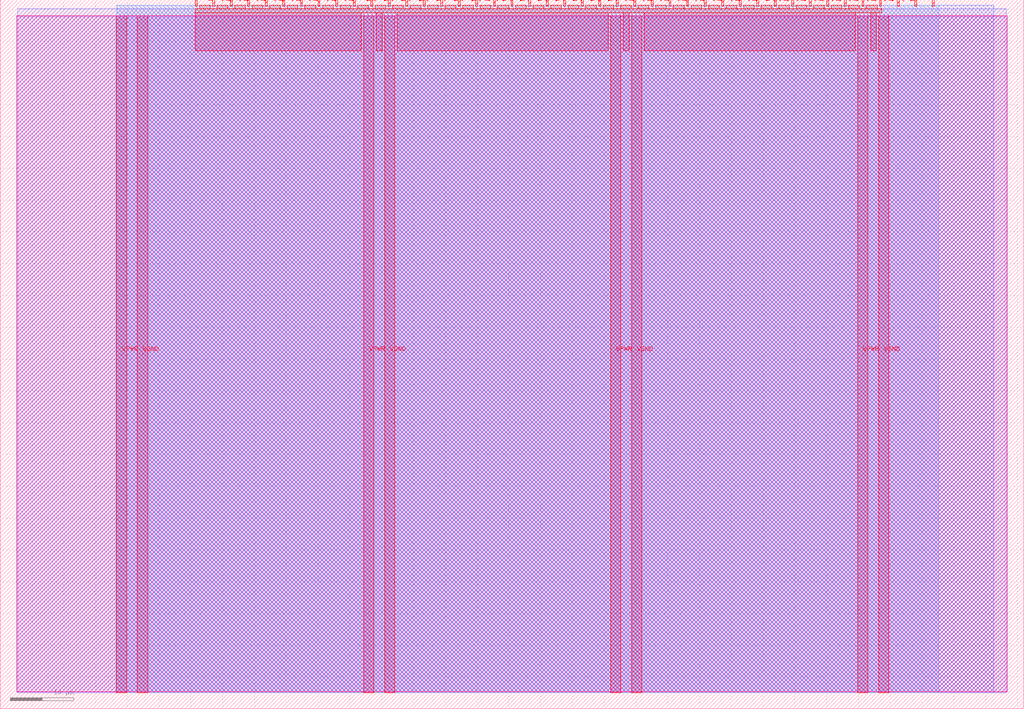
<source format=lef>
VERSION 5.7 ;
  NOWIREEXTENSIONATPIN ON ;
  DIVIDERCHAR "/" ;
  BUSBITCHARS "[]" ;
MACRO tt_um_wokwi_446363771447095297
  CLASS BLOCK ;
  FOREIGN tt_um_wokwi_446363771447095297 ;
  ORIGIN 0.000 0.000 ;
  SIZE 161.000 BY 111.520 ;
  PIN VGND
    DIRECTION INOUT ;
    USE GROUND ;
    PORT
      LAYER met4 ;
        RECT 21.580 2.480 23.180 109.040 ;
    END
    PORT
      LAYER met4 ;
        RECT 60.450 2.480 62.050 109.040 ;
    END
    PORT
      LAYER met4 ;
        RECT 99.320 2.480 100.920 109.040 ;
    END
    PORT
      LAYER met4 ;
        RECT 138.190 2.480 139.790 109.040 ;
    END
  END VGND
  PIN VPWR
    DIRECTION INOUT ;
    USE POWER ;
    PORT
      LAYER met4 ;
        RECT 18.280 2.480 19.880 109.040 ;
    END
    PORT
      LAYER met4 ;
        RECT 57.150 2.480 58.750 109.040 ;
    END
    PORT
      LAYER met4 ;
        RECT 96.020 2.480 97.620 109.040 ;
    END
    PORT
      LAYER met4 ;
        RECT 134.890 2.480 136.490 109.040 ;
    END
  END VPWR
  PIN clk
    DIRECTION INPUT ;
    USE SIGNAL ;
    PORT
      LAYER met4 ;
        RECT 143.830 110.520 144.130 111.520 ;
    END
  END clk
  PIN ena
    DIRECTION INPUT ;
    USE SIGNAL ;
    PORT
      LAYER met4 ;
        RECT 146.590 110.520 146.890 111.520 ;
    END
  END ena
  PIN rst_n
    DIRECTION INPUT ;
    USE SIGNAL ;
    PORT
      LAYER met4 ;
        RECT 141.070 110.520 141.370 111.520 ;
    END
  END rst_n
  PIN ui_in[0]
    DIRECTION INPUT ;
    USE SIGNAL ;
    ANTENNAGATEAREA 0.196500 ;
    PORT
      LAYER met4 ;
        RECT 138.310 110.520 138.610 111.520 ;
    END
  END ui_in[0]
  PIN ui_in[1]
    DIRECTION INPUT ;
    USE SIGNAL ;
    ANTENNAGATEAREA 0.196500 ;
    PORT
      LAYER met4 ;
        RECT 135.550 110.520 135.850 111.520 ;
    END
  END ui_in[1]
  PIN ui_in[2]
    DIRECTION INPUT ;
    USE SIGNAL ;
    ANTENNAGATEAREA 0.126000 ;
    PORT
      LAYER met4 ;
        RECT 132.790 110.520 133.090 111.520 ;
    END
  END ui_in[2]
  PIN ui_in[3]
    DIRECTION INPUT ;
    USE SIGNAL ;
    ANTENNAGATEAREA 0.196500 ;
    PORT
      LAYER met4 ;
        RECT 130.030 110.520 130.330 111.520 ;
    END
  END ui_in[3]
  PIN ui_in[4]
    DIRECTION INPUT ;
    USE SIGNAL ;
    ANTENNAGATEAREA 0.213000 ;
    PORT
      LAYER met4 ;
        RECT 127.270 110.520 127.570 111.520 ;
    END
  END ui_in[4]
  PIN ui_in[5]
    DIRECTION INPUT ;
    USE SIGNAL ;
    ANTENNAGATEAREA 0.196500 ;
    PORT
      LAYER met4 ;
        RECT 124.510 110.520 124.810 111.520 ;
    END
  END ui_in[5]
  PIN ui_in[6]
    DIRECTION INPUT ;
    USE SIGNAL ;
    PORT
      LAYER met4 ;
        RECT 121.750 110.520 122.050 111.520 ;
    END
  END ui_in[6]
  PIN ui_in[7]
    DIRECTION INPUT ;
    USE SIGNAL ;
    PORT
      LAYER met4 ;
        RECT 118.990 110.520 119.290 111.520 ;
    END
  END ui_in[7]
  PIN uio_in[0]
    DIRECTION INPUT ;
    USE SIGNAL ;
    PORT
      LAYER met4 ;
        RECT 116.230 110.520 116.530 111.520 ;
    END
  END uio_in[0]
  PIN uio_in[1]
    DIRECTION INPUT ;
    USE SIGNAL ;
    PORT
      LAYER met4 ;
        RECT 113.470 110.520 113.770 111.520 ;
    END
  END uio_in[1]
  PIN uio_in[2]
    DIRECTION INPUT ;
    USE SIGNAL ;
    PORT
      LAYER met4 ;
        RECT 110.710 110.520 111.010 111.520 ;
    END
  END uio_in[2]
  PIN uio_in[3]
    DIRECTION INPUT ;
    USE SIGNAL ;
    PORT
      LAYER met4 ;
        RECT 107.950 110.520 108.250 111.520 ;
    END
  END uio_in[3]
  PIN uio_in[4]
    DIRECTION INPUT ;
    USE SIGNAL ;
    PORT
      LAYER met4 ;
        RECT 105.190 110.520 105.490 111.520 ;
    END
  END uio_in[4]
  PIN uio_in[5]
    DIRECTION INPUT ;
    USE SIGNAL ;
    PORT
      LAYER met4 ;
        RECT 102.430 110.520 102.730 111.520 ;
    END
  END uio_in[5]
  PIN uio_in[6]
    DIRECTION INPUT ;
    USE SIGNAL ;
    PORT
      LAYER met4 ;
        RECT 99.670 110.520 99.970 111.520 ;
    END
  END uio_in[6]
  PIN uio_in[7]
    DIRECTION INPUT ;
    USE SIGNAL ;
    PORT
      LAYER met4 ;
        RECT 96.910 110.520 97.210 111.520 ;
    END
  END uio_in[7]
  PIN uio_oe[0]
    DIRECTION OUTPUT ;
    USE SIGNAL ;
    PORT
      LAYER met4 ;
        RECT 49.990 110.520 50.290 111.520 ;
    END
  END uio_oe[0]
  PIN uio_oe[1]
    DIRECTION OUTPUT ;
    USE SIGNAL ;
    PORT
      LAYER met4 ;
        RECT 47.230 110.520 47.530 111.520 ;
    END
  END uio_oe[1]
  PIN uio_oe[2]
    DIRECTION OUTPUT ;
    USE SIGNAL ;
    PORT
      LAYER met4 ;
        RECT 44.470 110.520 44.770 111.520 ;
    END
  END uio_oe[2]
  PIN uio_oe[3]
    DIRECTION OUTPUT ;
    USE SIGNAL ;
    PORT
      LAYER met4 ;
        RECT 41.710 110.520 42.010 111.520 ;
    END
  END uio_oe[3]
  PIN uio_oe[4]
    DIRECTION OUTPUT ;
    USE SIGNAL ;
    PORT
      LAYER met4 ;
        RECT 38.950 110.520 39.250 111.520 ;
    END
  END uio_oe[4]
  PIN uio_oe[5]
    DIRECTION OUTPUT ;
    USE SIGNAL ;
    PORT
      LAYER met4 ;
        RECT 36.190 110.520 36.490 111.520 ;
    END
  END uio_oe[5]
  PIN uio_oe[6]
    DIRECTION OUTPUT ;
    USE SIGNAL ;
    PORT
      LAYER met4 ;
        RECT 33.430 110.520 33.730 111.520 ;
    END
  END uio_oe[6]
  PIN uio_oe[7]
    DIRECTION OUTPUT ;
    USE SIGNAL ;
    PORT
      LAYER met4 ;
        RECT 30.670 110.520 30.970 111.520 ;
    END
  END uio_oe[7]
  PIN uio_out[0]
    DIRECTION OUTPUT ;
    USE SIGNAL ;
    PORT
      LAYER met4 ;
        RECT 72.070 110.520 72.370 111.520 ;
    END
  END uio_out[0]
  PIN uio_out[1]
    DIRECTION OUTPUT ;
    USE SIGNAL ;
    PORT
      LAYER met4 ;
        RECT 69.310 110.520 69.610 111.520 ;
    END
  END uio_out[1]
  PIN uio_out[2]
    DIRECTION OUTPUT ;
    USE SIGNAL ;
    PORT
      LAYER met4 ;
        RECT 66.550 110.520 66.850 111.520 ;
    END
  END uio_out[2]
  PIN uio_out[3]
    DIRECTION OUTPUT ;
    USE SIGNAL ;
    PORT
      LAYER met4 ;
        RECT 63.790 110.520 64.090 111.520 ;
    END
  END uio_out[3]
  PIN uio_out[4]
    DIRECTION OUTPUT ;
    USE SIGNAL ;
    PORT
      LAYER met4 ;
        RECT 61.030 110.520 61.330 111.520 ;
    END
  END uio_out[4]
  PIN uio_out[5]
    DIRECTION OUTPUT ;
    USE SIGNAL ;
    PORT
      LAYER met4 ;
        RECT 58.270 110.520 58.570 111.520 ;
    END
  END uio_out[5]
  PIN uio_out[6]
    DIRECTION OUTPUT ;
    USE SIGNAL ;
    PORT
      LAYER met4 ;
        RECT 55.510 110.520 55.810 111.520 ;
    END
  END uio_out[6]
  PIN uio_out[7]
    DIRECTION OUTPUT ;
    USE SIGNAL ;
    PORT
      LAYER met4 ;
        RECT 52.750 110.520 53.050 111.520 ;
    END
  END uio_out[7]
  PIN uo_out[0]
    DIRECTION OUTPUT ;
    USE SIGNAL ;
    ANTENNADIFFAREA 0.795200 ;
    PORT
      LAYER met4 ;
        RECT 94.150 110.520 94.450 111.520 ;
    END
  END uo_out[0]
  PIN uo_out[1]
    DIRECTION OUTPUT ;
    USE SIGNAL ;
    ANTENNADIFFAREA 0.795200 ;
    PORT
      LAYER met4 ;
        RECT 91.390 110.520 91.690 111.520 ;
    END
  END uo_out[1]
  PIN uo_out[2]
    DIRECTION OUTPUT ;
    USE SIGNAL ;
    ANTENNADIFFAREA 0.795200 ;
    PORT
      LAYER met4 ;
        RECT 88.630 110.520 88.930 111.520 ;
    END
  END uo_out[2]
  PIN uo_out[3]
    DIRECTION OUTPUT ;
    USE SIGNAL ;
    ANTENNADIFFAREA 0.445500 ;
    PORT
      LAYER met4 ;
        RECT 85.870 110.520 86.170 111.520 ;
    END
  END uo_out[3]
  PIN uo_out[4]
    DIRECTION OUTPUT ;
    USE SIGNAL ;
    ANTENNADIFFAREA 0.795200 ;
    PORT
      LAYER met4 ;
        RECT 83.110 110.520 83.410 111.520 ;
    END
  END uo_out[4]
  PIN uo_out[5]
    DIRECTION OUTPUT ;
    USE SIGNAL ;
    ANTENNADIFFAREA 0.445500 ;
    PORT
      LAYER met4 ;
        RECT 80.350 110.520 80.650 111.520 ;
    END
  END uo_out[5]
  PIN uo_out[6]
    DIRECTION OUTPUT ;
    USE SIGNAL ;
    ANTENNADIFFAREA 0.445500 ;
    PORT
      LAYER met4 ;
        RECT 77.590 110.520 77.890 111.520 ;
    END
  END uo_out[6]
  PIN uo_out[7]
    DIRECTION OUTPUT ;
    USE SIGNAL ;
    ANTENNADIFFAREA 0.445500 ;
    PORT
      LAYER met4 ;
        RECT 74.830 110.520 75.130 111.520 ;
    END
  END uo_out[7]
  OBS
      LAYER nwell ;
        RECT 2.570 2.635 158.430 108.990 ;
      LAYER li1 ;
        RECT 2.760 2.635 158.240 108.885 ;
      LAYER met1 ;
        RECT 2.760 2.480 158.240 110.120 ;
      LAYER met2 ;
        RECT 18.310 2.535 156.300 110.685 ;
      LAYER met3 ;
        RECT 18.290 2.555 147.595 110.665 ;
      LAYER met4 ;
        RECT 31.370 110.120 33.030 110.665 ;
        RECT 34.130 110.120 35.790 110.665 ;
        RECT 36.890 110.120 38.550 110.665 ;
        RECT 39.650 110.120 41.310 110.665 ;
        RECT 42.410 110.120 44.070 110.665 ;
        RECT 45.170 110.120 46.830 110.665 ;
        RECT 47.930 110.120 49.590 110.665 ;
        RECT 50.690 110.120 52.350 110.665 ;
        RECT 53.450 110.120 55.110 110.665 ;
        RECT 56.210 110.120 57.870 110.665 ;
        RECT 58.970 110.120 60.630 110.665 ;
        RECT 61.730 110.120 63.390 110.665 ;
        RECT 64.490 110.120 66.150 110.665 ;
        RECT 67.250 110.120 68.910 110.665 ;
        RECT 70.010 110.120 71.670 110.665 ;
        RECT 72.770 110.120 74.430 110.665 ;
        RECT 75.530 110.120 77.190 110.665 ;
        RECT 78.290 110.120 79.950 110.665 ;
        RECT 81.050 110.120 82.710 110.665 ;
        RECT 83.810 110.120 85.470 110.665 ;
        RECT 86.570 110.120 88.230 110.665 ;
        RECT 89.330 110.120 90.990 110.665 ;
        RECT 92.090 110.120 93.750 110.665 ;
        RECT 94.850 110.120 96.510 110.665 ;
        RECT 97.610 110.120 99.270 110.665 ;
        RECT 100.370 110.120 102.030 110.665 ;
        RECT 103.130 110.120 104.790 110.665 ;
        RECT 105.890 110.120 107.550 110.665 ;
        RECT 108.650 110.120 110.310 110.665 ;
        RECT 111.410 110.120 113.070 110.665 ;
        RECT 114.170 110.120 115.830 110.665 ;
        RECT 116.930 110.120 118.590 110.665 ;
        RECT 119.690 110.120 121.350 110.665 ;
        RECT 122.450 110.120 124.110 110.665 ;
        RECT 125.210 110.120 126.870 110.665 ;
        RECT 127.970 110.120 129.630 110.665 ;
        RECT 130.730 110.120 132.390 110.665 ;
        RECT 133.490 110.120 135.150 110.665 ;
        RECT 136.250 110.120 137.910 110.665 ;
        RECT 30.655 109.440 138.625 110.120 ;
        RECT 30.655 103.535 56.750 109.440 ;
        RECT 59.150 103.535 60.050 109.440 ;
        RECT 62.450 103.535 95.620 109.440 ;
        RECT 98.020 103.535 98.920 109.440 ;
        RECT 101.320 103.535 134.490 109.440 ;
        RECT 136.890 103.535 137.790 109.440 ;
  END
END tt_um_wokwi_446363771447095297
END LIBRARY


</source>
